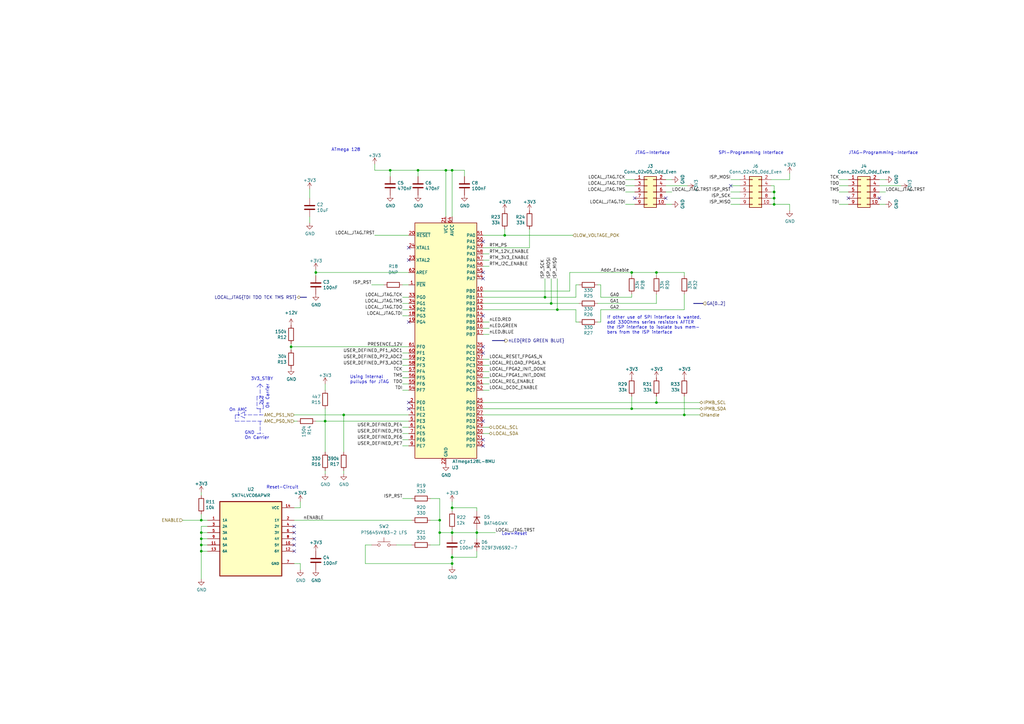
<source format=kicad_sch>
(kicad_sch (version 20211123) (generator eeschema)
  (paper "A3")
  (title_block (title "AMC Template") (date "2022-09-07") (rev "1.0") (company "Karlsruhe Institute of Technology (KIT)") (comment 1 "Institute for Data Processing and Electronics (IPE)") (comment 2 "Carsten Schmerbeck") (comment 3 "Luis Ardila") (comment 4 "Licensed under CERN-OHL-P v2"))
  (lib_symbols
    (symbol "Connector_Generic:Conn_02x05_Odd_Even" (pin_names (offset 1.016) hide)
      (property "Reference" "J" (at 1.27 7.62 0))
      (property "Value" "Conn_02x05_Odd_Even" (at 1.27 -7.62 0))
      (symbol "Conn_02x05_Odd_Even_1_1"
        (rectangle (start -1.27 -4.953) (end 0 -5.207) (stroke (width 0.1524)))
        (rectangle (start -1.27 -2.413) (end 0 -2.667) (stroke (width 0.1524)))
        (rectangle (start -1.27 0.127) (end 0 -0.127) (stroke (width 0.1524)))
        (rectangle (start -1.27 2.667) (end 0 2.413) (stroke (width 0.1524)))
        (rectangle (start -1.27 5.207) (end 0 4.953) (stroke (width 0.1524)))
        (rectangle (start -1.27 6.35) (end 3.81 -6.35) (stroke (width 0.254)) (fill (type background)))
        (rectangle (start 3.81 -4.953) (end 2.54 -5.207) (stroke (width 0.1524)))
        (rectangle (start 3.81 -2.413) (end 2.54 -2.667) (stroke (width 0.1524)))
        (rectangle (start 3.81 0.127) (end 2.54 -0.127) (stroke (width 0.1524)))
        (rectangle (start 3.81 2.667) (end 2.54 2.413) (stroke (width 0.1524)))
        (rectangle (start 3.81 5.207) (end 2.54 4.953) (stroke (width 0.1524)))
        (pin passive line (at -5.08 5.08 0) (length 3.81) (name "Pin_1") (number "1"))
        (pin passive line (at 7.62 -5.08 180) (length 3.81) (name "Pin_10") (number "10"))
        (pin passive line (at 7.62 5.08 180) (length 3.81) (name "Pin_2") (number "2"))
        (pin passive line (at -5.08 2.54 0) (length 3.81) (name "Pin_3") (number "3"))
        (pin passive line (at 7.62 2.54 180) (length 3.81) (name "Pin_4") (number "4"))
        (pin passive line (at -5.08 0 0) (length 3.81) (name "Pin_5") (number "5"))
        (pin passive line (at 7.62 0 180) (length 3.81) (name "Pin_6") (number "6"))
        (pin passive line (at -5.08 -2.54 0) (length 3.81) (name "Pin_7") (number "7"))
        (pin passive line (at 7.62 -2.54 180) (length 3.81) (name "Pin_8") (number "8"))
        (pin passive line (at -5.08 -5.08 0) (length 3.81) (name "Pin_9") (number "9"))
      )
    )
    (symbol "Device:C" (pin_numbers hide) (pin_names (offset 0.254))
      (property "Reference" "C" (at 0.635 2.54 0))
      (property "Value" "C" (at 0.635 -2.54 0))
      (symbol "C_0_1"
        (polyline (pts (xy -2.032 -0.762) (xy 2.032 -0.762)) (stroke (width 0.508)))
        (polyline (pts (xy -2.032 0.762) (xy 2.032 0.762)) (stroke (width 0.508)))
      )
      (symbol "C_1_1"
        (pin passive line (at 0 3.81 270) (length 2.794) (name "~") (number "1"))
        (pin passive line (at 0 -3.81 90) (length 2.794) (name "~") (number "2"))
      )
    )
    (symbol "Device:D" (pin_numbers hide) (pin_names (offset 1.016) hide)
      (property "Reference" "D" (at 0 2.54 0))
      (property "Value" "D" (at 0 -2.54 0))
      (symbol "D_0_1"
        (polyline (pts (xy -1.27 1.27) (xy -1.27 -1.27)) (stroke (width 0.254)))
        (polyline (pts (xy 1.27 0) (xy -1.27 0)))
        (polyline (pts (xy 1.27 1.27) (xy 1.27 -1.27) (xy -1.27 0) (xy 1.27 1.27)) (stroke (width 0.254)))
      )
      (symbol "D_1_1"
        (pin passive line (at -3.81 0 0) (length 2.54) (name "K") (number "1"))
        (pin passive line (at 3.81 0 180) (length 2.54) (name "A") (number "2"))
      )
    )
    (symbol "Device:D_Zener_Small" (pin_numbers hide) (pin_names (offset 0.254) hide)
      (property "Reference" "D" (at 0 2.286 0))
      (property "Value" "D_Zener_Small" (at 0 -2.286 0))
      (symbol "D_Zener_Small_0_1"
        (polyline (pts (xy 0.762 0) (xy -0.762 0)))
        (polyline (pts (xy -0.254 1.016) (xy -0.762 1.016) (xy -0.762 -1.016)) (stroke (width 0.254)))
        (polyline (pts (xy 0.762 1.016) (xy -0.762 0) (xy 0.762 -1.016) (xy 0.762 1.016)) (stroke (width 0.254)))
      )
      (symbol "D_Zener_Small_1_1"
        (pin passive line (at -2.54 0 0) (length 1.778) (name "K") (number "1"))
        (pin passive line (at 2.54 0 180) (length 1.778) (name "A") (number "2"))
      )
    )
    (symbol "Device:R" (pin_numbers hide) (pin_names (offset 0))
      (property "Reference" "R" (at 2.032 0 90))
      (property "Value" "R" (at 0 0 90))
      (symbol "R_0_1"
        (rectangle (start -1.016 -2.54) (end 1.016 2.54) (stroke (width 0.254)))
      )
      (symbol "R_1_1"
        (pin passive line (at 0 3.81 270) (length 1.27) (name "~") (number "1"))
        (pin passive line (at 0 -3.81 90) (length 1.27) (name "~") (number "2"))
      )
    )
    (symbol "KIT_Logic:SN74LVC06APWR" (pin_names (offset 1.016))
      (property "Reference" "U" (at -12.7 16.2306 0))
      (property "Value" "SN74LVC06APWR" (at -12.7 -19.2278 0))
      (symbol "SN74LVC06APWR_0_0"
        (rectangle (start -12.7 -15.24) (end 12.7 15.24) (stroke (width 0.4064)) (fill (type background)))
        (pin input line (at -17.78 7.62 0) (length 5.08) (name "1A") (number "1"))
        (pin output line (at 17.78 -2.54 180) (length 5.08) (name "5Y") (number "10"))
        (pin input line (at -17.78 -2.54 0) (length 5.08) (name "5A") (number "11"))
        (pin output line (at 17.78 -5.08 180) (length 5.08) (name "6Y") (number "12"))
        (pin input line (at -17.78 -5.08 0) (length 5.08) (name "6A") (number "13"))
        (pin power_in line (at 17.78 12.7 180) (length 5.08) (name "VCC") (number "14"))
        (pin output line (at 17.78 7.62 180) (length 5.08) (name "1Y") (number "2"))
        (pin input line (at -17.78 5.08 0) (length 5.08) (name "2A") (number "3"))
        (pin output line (at 17.78 5.08 180) (length 5.08) (name "2Y") (number "4"))
        (pin input line (at -17.78 2.54 0) (length 5.08) (name "3A") (number "5"))
        (pin output line (at 17.78 2.54 180) (length 5.08) (name "3Y") (number "6"))
        (pin power_in line (at 17.78 -10.16 180) (length 5.08) (name "GND") (number "7"))
        (pin output line (at 17.78 0 180) (length 5.08) (name "4Y") (number "8"))
        (pin input line (at -17.78 0 0) (length 5.08) (name "4A") (number "9"))
      )
    )
    (symbol "MCU_Microchip_ATmega:ATmega128L-8M"
      (property "Reference" "U" (at -12.7 49.53 0))
      (property "Value" "ATmega128L-8M" (at 2.54 -49.53 0))
      (symbol "ATmega128L-8M_0_1"
        (rectangle (start -12.7 -48.26) (end 12.7 48.26) (stroke (width 0.254)) (fill (type background)))
      )
      (symbol "ATmega128L-8M_1_1"
        (pin input line (at -15.24 22.86 0) (length 2.54) (name "~{PEN}") (number "1"))
        (pin bidirectional line (at 15.24 20.32 180) (length 2.54) (name "PB0") (number "10"))
        (pin bidirectional line (at 15.24 17.78 180) (length 2.54) (name "PB1") (number "11"))
        (pin bidirectional line (at 15.24 15.24 180) (length 2.54) (name "PB2") (number "12"))
        (pin bidirectional line (at 15.24 12.7 180) (length 2.54) (name "PB3") (number "13"))
        (pin bidirectional line (at 15.24 10.16 180) (length 2.54) (name "PB4") (number "14"))
        (pin bidirectional line (at 15.24 7.62 180) (length 2.54) (name "PB5") (number "15"))
        (pin bidirectional line (at 15.24 5.08 180) (length 2.54) (name "PB6") (number "16"))
        (pin bidirectional line (at 15.24 2.54 180) (length 2.54) (name "PB7") (number "17"))
        (pin bidirectional line (at -15.24 10.16 0) (length 2.54) (name "PG3") (number "18"))
        (pin bidirectional line (at -15.24 7.62 0) (length 2.54) (name "PG4") (number "19"))
        (pin bidirectional line (at -15.24 -25.4 0) (length 2.54) (name "PE0") (number "2"))
        (pin input line (at -15.24 43.18 0) (length 2.54) (name "~{RESET}") (number "20"))
        (pin power_in line (at 0 50.8 270) (length 2.54) (name "VCC") (number "21"))
        (pin power_in line (at 0 -50.8 90) (length 2.54) (name "GND") (number "22"))
        (pin output line (at -15.24 33.02 0) (length 2.54) (name "XTAL2") (number "23"))
        (pin input line (at -15.24 38.1 0) (length 2.54) (name "XTAL1") (number "24"))
        (pin bidirectional line (at 15.24 -25.4 180) (length 2.54) (name "PD0") (number "25"))
        (pin bidirectional line (at 15.24 -27.94 180) (length 2.54) (name "PD1") (number "26"))
        (pin bidirectional line (at 15.24 -30.48 180) (length 2.54) (name "PD2") (number "27"))
        (pin bidirectional line (at 15.24 -33.02 180) (length 2.54) (name "PD3") (number "28"))
        (pin bidirectional line (at 15.24 -35.56 180) (length 2.54) (name "PD4") (number "29"))
        (pin bidirectional line (at -15.24 -27.94 0) (length 2.54) (name "PE1") (number "3"))
        (pin bidirectional line (at 15.24 -38.1 180) (length 2.54) (name "PD5") (number "30"))
        (pin bidirectional line (at 15.24 -40.64 180) (length 2.54) (name "PD6") (number "31"))
        (pin bidirectional line (at 15.24 -43.18 180) (length 2.54) (name "PD7") (number "32"))
        (pin bidirectional line (at -15.24 17.78 0) (length 2.54) (name "PG0") (number "33"))
        (pin bidirectional line (at -15.24 15.24 0) (length 2.54) (name "PG1") (number "34"))
        (pin bidirectional line (at 15.24 -2.54 180) (length 2.54) (name "PC0") (number "35"))
        (pin bidirectional line (at 15.24 -5.08 180) (length 2.54) (name "PC1") (number "36"))
        (pin bidirectional line (at 15.24 -7.62 180) (length 2.54) (name "PC2") (number "37"))
        (pin bidirectional line (at 15.24 -10.16 180) (length 2.54) (name "PC3") (number "38"))
        (pin bidirectional line (at 15.24 -12.7 180) (length 2.54) (name "PC4") (number "39"))
        (pin bidirectional line (at -15.24 -30.48 0) (length 2.54) (name "PE2") (number "4"))
        (pin bidirectional line (at 15.24 -15.24 180) (length 2.54) (name "PC5") (number "40"))
        (pin bidirectional line (at 15.24 -17.78 180) (length 2.54) (name "PC6") (number "41"))
        (pin bidirectional line (at 15.24 -20.32 180) (length 2.54) (name "PC7") (number "42"))
        (pin bidirectional line (at -15.24 12.7 0) (length 2.54) (name "PG2") (number "43"))
        (pin bidirectional line (at 15.24 25.4 180) (length 2.54) (name "PA7") (number "44"))
        (pin bidirectional line (at 15.24 27.94 180) (length 2.54) (name "PA6") (number "45"))
        (pin bidirectional line (at 15.24 30.48 180) (length 2.54) (name "PA5") (number "46"))
        (pin bidirectional line (at 15.24 33.02 180) (length 2.54) (name "PA4") (number "47"))
        (pin bidirectional line (at 15.24 35.56 180) (length 2.54) (name "PA3") (number "48"))
        (pin bidirectional line (at 15.24 38.1 180) (length 2.54) (name "PA2") (number "49"))
        (pin bidirectional line (at -15.24 -33.02 0) (length 2.54) (name "PE3") (number "5"))
        (pin bidirectional line (at 15.24 40.64 180) (length 2.54) (name "PA1") (number "50"))
        (pin bidirectional line (at 15.24 43.18 180) (length 2.54) (name "PA0") (number "51"))
        (pin passive line (at 0 50.8 270) (length 2.54) hide (name "VCC") (number "52"))
        (pin passive line (at 0 -50.8 90) (length 2.54) hide (name "GND") (number "53"))
        (pin bidirectional line (at -15.24 -20.32 0) (length 2.54) (name "PF7") (number "54"))
        (pin bidirectional line (at -15.24 -17.78 0) (length 2.54) (name "PF6") (number "55"))
        (pin bidirectional line (at -15.24 -15.24 0) (length 2.54) (name "PF5") (number "56"))
        (pin bidirectional line (at -15.24 -12.7 0) (length 2.54) (name "PF4") (number "57"))
        (pin bidirectional line (at -15.24 -10.16 0) (length 2.54) (name "PF3") (number "58"))
        (pin bidirectional line (at -15.24 -7.62 0) (length 2.54) (name "PF2") (number "59"))
        (pin bidirectional line (at -15.24 -35.56 0) (length 2.54) (name "PE4") (number "6"))
        (pin bidirectional line (at -15.24 -5.08 0) (length 2.54) (name "PF1") (number "60"))
        (pin bidirectional line (at -15.24 -2.54 0) (length 2.54) (name "PF0") (number "61"))
        (pin passive line (at -15.24 27.94 0) (length 2.54) (name "AREF") (number "62"))
        (pin passive line (at 0 -50.8 90) (length 2.54) hide (name "GND") (number "63"))
        (pin power_in line (at 2.54 50.8 270) (length 2.54) (name "AVCC") (number "64"))
        (pin passive line (at 0 -50.8 90) (length 2.54) hide (name "GND") (number "65"))
        (pin bidirectional line (at -15.24 -38.1 0) (length 2.54) (name "PE5") (number "7"))
        (pin bidirectional line (at -15.24 -40.64 0) (length 2.54) (name "PE6") (number "8"))
        (pin bidirectional line (at -15.24 -43.18 0) (length 2.54) (name "PE7") (number "9"))
      )
    )
    (symbol "Switch:SW_Push" (pin_numbers hide) (pin_names (offset 1.016) hide)
      (property "Reference" "SW" (at 1.27 2.54 0))
      (property "Value" "SW_Push" (at 0 -1.524 0))
      (symbol "SW_Push_0_1"
        (circle (center -2.032 0) (radius 0.508))
        (polyline (pts (xy 0 1.27) (xy 0 3.048)))
        (polyline (pts (xy 2.54 1.27) (xy -2.54 1.27)))
        (circle (center 2.032 0) (radius 0.508))
        (pin passive line (at -5.08 0 0) (length 2.54) (name "1") (number "1"))
        (pin passive line (at 5.08 0 180) (length 2.54) (name "2") (number "2"))
      )
    )
    (symbol "power:+12V" (power) (pin_names (offset 0))
      (property "Value" "+12V" (at 0 3.556 0))
      (symbol "+12V_0_1"
        (polyline (pts (xy -0.762 1.27) (xy 0 2.54)))
        (polyline (pts (xy 0 0) (xy 0 2.54)))
        (polyline (pts (xy 0 2.54) (xy 0.762 1.27)))
      )
      (symbol "+12V_1_1"
        (pin power_in line (at 0 0 90) (length 0) hide (name "+12V") (number "1"))
      )
    )
    (symbol "power:+3V3" (power) (pin_names (offset 0))
      (property "Value" "+3V3" (at 0 3.556 0))
      (symbol "+3V3_0_1"
        (polyline (pts (xy -0.762 1.27) (xy 0 2.54)))
        (polyline (pts (xy 0 0) (xy 0 2.54)))
        (polyline (pts (xy 0 2.54) (xy 0.762 1.27)))
      )
      (symbol "+3V3_1_1"
        (pin power_in line (at 0 0 90) (length 0) hide (name "+3V3") (number "1"))
      )
    )
    (symbol "power:GND" (power) (pin_names (offset 0))
      (property "Value" "GND" (at 0 -3.81 0))
      (symbol "GND_0_1"
        (polyline (pts (xy 0 0) (xy 0 -1.27) (xy 1.27 -1.27) (xy 0 -2.54) (xy -1.27 -1.27) (xy 0 -1.27)))
      )
      (symbol "GND_1_1"
        (pin power_in line (at 0 0 270) (length 0) hide (name "GND") (number "1"))
      )
    )
  )
  (junction (at 82.55 223.52))
  (junction (at 259.08 111.76))
  (junction (at 317.5 81.28))
  (junction (at 133.35 172.72))
  (junction (at 185.42 231.14))
  (junction (at 129.54 111.76))
  (junction (at 185.42 228.6))
  (junction (at 185.42 208.28))
  (junction (at 223.52 121.92))
  (junction (at 82.55 226.06))
  (junction (at 280.67 170.18))
  (junction (at 119.38 142.24))
  (junction (at 82.55 213.36))
  (junction (at 226.06 124.46))
  (junction (at 269.24 111.76))
  (junction (at 185.42 218.44))
  (junction (at 185.42 69.85))
  (junction (at 259.08 167.64))
  (junction (at 207.01 96.52))
  (junction (at 269.24 165.1))
  (junction (at 171.45 69.85))
  (junction (at 317.5 83.82))
  (junction (at 180.34 213.36))
  (junction (at 317.5 78.74))
  (junction (at 82.55 220.98))
  (junction (at 228.6 127))
  (junction (at 140.97 170.18))
  (junction (at 180.34 218.44))
  (junction (at 182.88 69.85))
  (junction (at 160.02 69.85))
  (junction (at 82.55 218.44))
  (junction (at 195.58 218.44))
  (no_connect (at 273.05 81.28))
  (no_connect (at 347.98 81.28))
  (no_connect (at 120.65 218.44))
  (no_connect (at 120.65 220.98))
  (no_connect (at 120.65 223.52))
  (no_connect (at 120.65 226.06))
  (no_connect (at 120.65 215.9))
  (no_connect (at 260.35 81.28))
  (no_connect (at 198.12 180.34))
  (no_connect (at 198.12 172.72))
  (no_connect (at 167.64 101.6))
  (no_connect (at 167.64 106.68))
  (no_connect (at 198.12 129.54))
  (no_connect (at 198.12 144.78))
  (no_connect (at 198.12 111.76))
  (no_connect (at 198.12 114.3))
  (no_connect (at 167.64 132.08))
  (no_connect (at 299.72 76.2))
  (no_connect (at 198.12 99.06))
  (no_connect (at 167.64 165.1))
  (no_connect (at 167.64 167.64))
  (no_connect (at 360.68 81.28))
  (no_connect (at 198.12 182.88))
  (no_connect (at 198.12 142.24))
  (wire (pts (xy 140.97 170.18) (xy 140.97 185.42)))
  (bus (pts (xy 201.93 139.7) (xy 207.01 139.7)))
  (wire (pts (xy 133.35 167.64) (xy 133.35 172.72)))
  (wire (pts (xy 273.05 78.74) (xy 275.59 78.74)))
  (wire (pts (xy 198.12 96.52) (xy 207.01 96.52)))
  (wire (pts (xy 198.12 152.4) (xy 200.66 152.4)))
  (wire (pts (xy 82.55 215.9) (xy 85.09 215.9)))
  (wire (pts (xy 317.5 76.2) (xy 316.23 76.2)))
  (wire (pts (xy 236.22 121.92) (xy 236.22 116.84)))
  (wire (pts (xy 303.53 83.82) (xy 299.72 83.82)))
  (wire (pts (xy 168.91 204.47) (xy 165.1 204.47)))
  (wire (pts (xy 171.45 69.85) (xy 182.88 69.85)))
  (wire (pts (xy 198.12 109.22) (xy 200.66 109.22)))
  (wire (pts (xy 236.22 132.08) (xy 237.49 132.08)))
  (wire (pts (xy 195.58 218.44) (xy 203.2 218.44)))
  (wire (pts (xy 198.12 165.1) (xy 269.24 165.1)))
  (wire (pts (xy 119.38 142.24) (xy 167.64 142.24)))
  (wire (pts (xy 120.65 231.14) (xy 123.19 231.14)))
  (wire (pts (xy 245.11 116.84) (xy 246.38 116.84)))
  (wire (pts (xy 120.65 170.18) (xy 140.97 170.18)))
  (wire (pts (xy 185.42 209.55) (xy 185.42 208.28)))
  (polyline (pts (xy 105.41 158.75) (xy 106.68 157.48)))
  (polyline (pts (xy 100.33 171.45) (xy 97.79 170.18)))
  (wire (pts (xy 176.53 204.47) (xy 180.34 204.47)))
  (wire (pts (xy 165.1 175.26) (xy 167.64 175.26)))
  (wire (pts (xy 82.55 213.36) (xy 85.09 213.36)))
  (wire (pts (xy 82.55 226.06) (xy 82.55 223.52)))
  (wire (pts (xy 236.22 127) (xy 236.22 132.08)))
  (wire (pts (xy 259.08 162.56) (xy 259.08 167.64)))
  (wire (pts (xy 160.02 72.39) (xy 160.02 69.85)))
  (polyline (pts (xy 96.52 172.72) (xy 107.95 172.72)))
  (wire (pts (xy 185.42 228.6) (xy 195.58 228.6)))
  (wire (pts (xy 195.58 228.6) (xy 195.58 226.06)))
  (wire (pts (xy 165.1 147.32) (xy 167.64 147.32)))
  (wire (pts (xy 323.85 83.82) (xy 323.85 86.36)))
  (polyline (pts (xy 105.41 177.8) (xy 107.95 177.8)))
  (wire (pts (xy 273.05 76.2) (xy 281.94 76.2)))
  (wire (pts (xy 198.12 121.92) (xy 223.52 121.92)))
  (wire (pts (xy 317.5 83.82) (xy 323.85 83.82)))
  (wire (pts (xy 82.55 201.93) (xy 82.55 203.2)))
  (wire (pts (xy 259.08 111.76) (xy 259.08 113.03)))
  (wire (pts (xy 82.55 220.98) (xy 82.55 218.44)))
  (wire (pts (xy 185.42 217.17) (xy 185.42 218.44)))
  (wire (pts (xy 127 77.47) (xy 127 81.28)))
  (polyline (pts (xy 105.41 167.64) (xy 107.95 167.64)))
  (wire (pts (xy 180.34 213.36) (xy 176.53 213.36)))
  (wire (pts (xy 180.34 218.44) (xy 180.34 213.36)))
  (wire (pts (xy 246.38 116.84) (xy 246.38 121.92)))
  (wire (pts (xy 195.58 217.17) (xy 195.58 218.44)))
  (wire (pts (xy 171.45 72.39) (xy 171.45 69.85)))
  (polyline (pts (xy 107.95 170.18) (xy 100.33 170.18)))
  (wire (pts (xy 182.88 69.85) (xy 185.42 69.85)))
  (wire (pts (xy 82.55 237.49) (xy 82.55 226.06)))
  (wire (pts (xy 133.35 157.48) (xy 133.35 160.02)))
  (wire (pts (xy 165.1 182.88) (xy 167.64 182.88)))
  (wire (pts (xy 303.53 73.66) (xy 299.72 73.66)))
  (wire (pts (xy 160.02 69.85) (xy 153.67 69.85)))
  (wire (pts (xy 269.24 111.76) (xy 269.24 113.03)))
  (wire (pts (xy 287.02 165.1) (xy 269.24 165.1)))
  (wire (pts (xy 140.97 193.04) (xy 140.97 194.31)))
  (wire (pts (xy 140.97 170.18) (xy 167.64 170.18)))
  (wire (pts (xy 198.12 137.16) (xy 200.66 137.16)))
  (wire (pts (xy 119.38 140.97) (xy 119.38 142.24)))
  (wire (pts (xy 133.35 172.72) (xy 133.35 185.42)))
  (wire (pts (xy 120.65 213.36) (xy 168.91 213.36)))
  (wire (pts (xy 259.08 167.64) (xy 287.02 167.64)))
  (wire (pts (xy 344.17 78.74) (xy 347.98 78.74)))
  (wire (pts (xy 198.12 175.26) (xy 200.66 175.26)))
  (wire (pts (xy 82.55 223.52) (xy 82.55 220.98)))
  (wire (pts (xy 133.35 193.04) (xy 133.35 194.31)))
  (wire (pts (xy 129.54 110.49) (xy 129.54 111.76)))
  (wire (pts (xy 167.64 111.76) (xy 129.54 111.76)))
  (wire (pts (xy 198.12 134.62) (xy 200.66 134.62)))
  (wire (pts (xy 185.42 228.6) (xy 185.42 231.14)))
  (wire (pts (xy 180.34 218.44) (xy 180.34 223.52)))
  (wire (pts (xy 152.4 116.84) (xy 157.48 116.84)))
  (wire (pts (xy 182.88 69.85) (xy 182.88 88.9)))
  (wire (pts (xy 153.67 69.85) (xy 153.67 67.31)))
  (bus (pts (xy 284.48 124.46) (xy 288.29 124.46)))
  (wire (pts (xy 185.42 218.44) (xy 195.58 218.44)))
  (polyline (pts (xy 96.52 170.18) (xy 97.79 170.18)))
  (wire (pts (xy 123.19 231.14) (xy 123.19 233.68)))
  (wire (pts (xy 82.55 220.98) (xy 85.09 220.98)))
  (wire (pts (xy 165.1 127) (xy 167.64 127)))
  (wire (pts (xy 165.1 177.8) (xy 167.64 177.8)))
  (wire (pts (xy 303.53 76.2) (xy 299.72 76.2)))
  (wire (pts (xy 316.23 81.28) (xy 317.5 81.28)))
  (wire (pts (xy 245.11 132.08) (xy 246.38 132.08)))
  (polyline (pts (xy 106.68 157.48) (xy 106.68 162.56)))
  (wire (pts (xy 316.23 78.74) (xy 317.5 78.74)))
  (wire (pts (xy 162.56 223.52) (xy 168.91 223.52)))
  (wire (pts (xy 195.58 208.28) (xy 185.42 208.28)))
  (wire (pts (xy 223.52 114.3) (xy 223.52 121.92)))
  (wire (pts (xy 259.08 120.65) (xy 259.08 121.92)))
  (wire (pts (xy 165.1 121.92) (xy 167.64 121.92)))
  (wire (pts (xy 360.68 76.2) (xy 369.57 76.2)))
  (wire (pts (xy 303.53 78.74) (xy 299.72 78.74)))
  (wire (pts (xy 317.5 83.82) (xy 316.23 83.82)))
  (wire (pts (xy 165.1 144.78) (xy 167.64 144.78)))
  (wire (pts (xy 256.54 73.66) (xy 260.35 73.66)))
  (wire (pts (xy 123.19 208.28) (xy 120.65 208.28)))
  (wire (pts (xy 82.55 218.44) (xy 82.55 215.9)))
  (wire (pts (xy 129.54 113.03) (xy 129.54 111.76)))
  (wire (pts (xy 198.12 124.46) (xy 226.06 124.46)))
  (wire (pts (xy 185.42 227.33) (xy 185.42 228.6)))
  (wire (pts (xy 198.12 104.14) (xy 200.66 104.14)))
  (wire (pts (xy 165.1 152.4) (xy 167.64 152.4)))
  (polyline (pts (xy 106.68 167.64) (xy 106.68 170.18)))
  (wire (pts (xy 344.17 73.66) (xy 347.98 73.66)))
  (wire (pts (xy 344.17 83.82) (xy 347.98 83.82)))
  (wire (pts (xy 82.55 223.52) (xy 85.09 223.52)))
  (wire (pts (xy 280.67 170.18) (xy 287.02 170.18)))
  (wire (pts (xy 236.22 116.84) (xy 237.49 116.84)))
  (wire (pts (xy 245.11 124.46) (xy 269.24 124.46)))
  (polyline (pts (xy 97.79 168.91) (xy 97.79 171.45)))
  (wire (pts (xy 226.06 114.3) (xy 226.06 124.46)))
  (wire (pts (xy 185.42 69.85) (xy 190.5 69.85)))
  (wire (pts (xy 198.12 157.48) (xy 200.66 157.48)))
  (wire (pts (xy 185.42 231.14) (xy 185.42 232.41)))
  (wire (pts (xy 228.6 114.3) (xy 228.6 127)))
  (wire (pts (xy 180.34 204.47) (xy 180.34 213.36)))
  (wire (pts (xy 256.54 76.2) (xy 260.35 76.2)))
  (wire (pts (xy 165.1 160.02) (xy 167.64 160.02)))
  (wire (pts (xy 269.24 162.56) (xy 269.24 165.1)))
  (wire (pts (xy 153.67 96.52) (xy 167.64 96.52)))
  (wire (pts (xy 195.58 220.98) (xy 195.58 218.44)))
  (polyline (pts (xy 106.68 172.72) (xy 106.68 177.8)))
  (wire (pts (xy 198.12 149.86) (xy 200.66 149.86)))
  (wire (pts (xy 280.67 127) (xy 280.67 120.65)))
  (wire (pts (xy 226.06 124.46) (xy 237.49 124.46)))
  (wire (pts (xy 228.6 127) (xy 236.22 127)))
  (wire (pts (xy 185.42 218.44) (xy 185.42 219.71)))
  (wire (pts (xy 198.12 177.8) (xy 200.66 177.8)))
  (wire (pts (xy 127 88.9) (xy 127 91.44)))
  (wire (pts (xy 133.35 172.72) (xy 167.64 172.72)))
  (wire (pts (xy 246.38 132.08) (xy 246.38 127)))
  (wire (pts (xy 217.17 101.6) (xy 217.17 93.98)))
  (wire (pts (xy 273.05 73.66) (xy 275.59 73.66)))
  (wire (pts (xy 198.12 160.02) (xy 200.66 160.02)))
  (wire (pts (xy 123.19 205.74) (xy 123.19 208.28)))
  (wire (pts (xy 198.12 167.64) (xy 259.08 167.64)))
  (wire (pts (xy 233.68 111.76) (xy 259.08 111.76)))
  (wire (pts (xy 165.1 129.54) (xy 167.64 129.54)))
  (wire (pts (xy 165.1 124.46) (xy 167.64 124.46)))
  (wire (pts (xy 82.55 218.44) (xy 85.09 218.44)))
  (wire (pts (xy 317.5 81.28) (xy 317.5 78.74)))
  (wire (pts (xy 165.1 116.84) (xy 167.64 116.84)))
  (wire (pts (xy 180.34 223.52) (xy 176.53 223.52)))
  (wire (pts (xy 185.42 208.28) (xy 185.42 205.74)))
  (polyline (pts (xy 100.33 168.91) (xy 100.33 171.45)))
  (wire (pts (xy 149.86 223.52) (xy 149.86 231.14)))
  (wire (pts (xy 120.65 172.72) (xy 121.92 172.72)))
  (wire (pts (xy 256.54 83.82) (xy 260.35 83.82)))
  (polyline (pts (xy 100.33 168.91) (xy 97.79 170.18)))
  (wire (pts (xy 256.54 78.74) (xy 260.35 78.74)))
  (wire (pts (xy 269.24 111.76) (xy 280.67 111.76)))
  (wire (pts (xy 316.23 73.66) (xy 323.85 73.66)))
  (wire (pts (xy 317.5 83.82) (xy 317.5 81.28)))
  (wire (pts (xy 299.72 81.28) (xy 303.53 81.28)))
  (wire (pts (xy 149.86 231.14) (xy 185.42 231.14)))
  (wire (pts (xy 119.38 142.24) (xy 119.38 143.51)))
  (wire (pts (xy 259.08 111.76) (xy 269.24 111.76)))
  (wire (pts (xy 165.1 149.86) (xy 167.64 149.86)))
  (polyline (pts (xy 106.68 157.48) (xy 107.95 158.75)))
  (wire (pts (xy 198.12 106.68) (xy 200.66 106.68)))
  (wire (pts (xy 360.68 83.82) (xy 363.22 83.82)))
  (wire (pts (xy 195.58 209.55) (xy 195.58 208.28)))
  (polyline (pts (xy 105.41 162.56) (xy 105.41 167.64)))
  (wire (pts (xy 198.12 132.08) (xy 200.66 132.08)))
  (wire (pts (xy 273.05 83.82) (xy 275.59 83.82)))
  (wire (pts (xy 269.24 124.46) (xy 269.24 120.65)))
  (wire (pts (xy 246.38 121.92) (xy 259.08 121.92)))
  (wire (pts (xy 165.1 180.34) (xy 167.64 180.34)))
  (polyline (pts (xy 107.95 162.56) (xy 105.41 162.56)))
  (wire (pts (xy 323.85 73.66) (xy 323.85 71.12)))
  (wire (pts (xy 360.68 78.74) (xy 363.22 78.74)))
  (wire (pts (xy 198.12 147.32) (xy 200.66 147.32)))
  (wire (pts (xy 190.5 69.85) (xy 190.5 72.39)))
  (wire (pts (xy 152.4 223.52) (xy 149.86 223.52)))
  (wire (pts (xy 246.38 127) (xy 280.67 127)))
  (wire (pts (xy 165.1 157.48) (xy 167.64 157.48)))
  (wire (pts (xy 82.55 210.82) (xy 82.55 213.36)))
  (wire (pts (xy 317.5 78.74) (xy 317.5 76.2)))
  (polyline (pts (xy 96.52 170.18) (xy 96.52 172.72)))
  (wire (pts (xy 129.54 172.72) (xy 133.35 172.72)))
  (wire (pts (xy 74.93 213.36) (xy 82.55 213.36)))
  (wire (pts (xy 223.52 121.92) (xy 236.22 121.92)))
  (wire (pts (xy 207.01 93.98) (xy 207.01 96.52)))
  (wire (pts (xy 185.42 218.44) (xy 180.34 218.44)))
  (wire (pts (xy 198.12 154.94) (xy 200.66 154.94)))
  (wire (pts (xy 185.42 69.85) (xy 185.42 88.9)))
  (wire (pts (xy 280.67 111.76) (xy 280.67 113.03)))
  (wire (pts (xy 360.68 73.66) (xy 363.22 73.66)))
  (wire (pts (xy 160.02 69.85) (xy 171.45 69.85)))
  (wire (pts (xy 198.12 127) (xy 228.6 127)))
  (wire (pts (xy 233.68 119.38) (xy 233.68 111.76)))
  (wire (pts (xy 344.17 76.2) (xy 347.98 76.2)))
  (wire (pts (xy 198.12 170.18) (xy 280.67 170.18)))
  (wire (pts (xy 198.12 101.6) (xy 217.17 101.6)))
  (bus (pts (xy 123.19 121.92) (xy 125.73 121.92)))
  (wire (pts (xy 165.1 154.94) (xy 167.64 154.94)))
  (polyline (pts (xy 107.95 167.64) (xy 107.95 162.56)))
  (wire (pts (xy 280.67 162.56) (xy 280.67 170.18)))
  (wire (pts (xy 82.55 226.06) (xy 85.09 226.06)))
  (wire (pts (xy 198.12 119.38) (xy 233.68 119.38)))
  (wire (pts (xy 207.01 96.52) (xy 234.95 96.52)))
  (text "Low=Reset" (at 205.74 219.71 0) (effects (font (size 1.27 1.27)) (justify left bottom)))
  (text "If other use of SPI interface is wanted,\nadd 330Ohms series resistors AFTER\nthe ISP interface to isolate bus mem-\nbers from the ISP interface\n" (at 248.92 137.16 0) (effects (font (size 1.27 1.27)) (justify left bottom)))
  (text "On Carrier" (at 110.49 167.64 90) (effects (font (size 1.27 1.27)) (justify left bottom)))
  (text "GND\nOn Carrier" (at 100.33 180.34 0) (effects (font (size 1.27 1.27)) (justify left bottom)))
  (text "Reset-Circuit" (at 109.22 200.66 0) (effects (font (size 1.27 1.27)) (justify left bottom)))
  (text "ATmega 128" (at 135.89 62.23 0) (effects (font (size 1.27 1.27)) (justify left bottom)))
  (text "JTAG-Programming-Interface" (at 347.98 63.5 0) (effects (font (size 1.27 1.27)) (justify left bottom)))
  (text "SPI-Programming Interface" (at 294.64 63.5 0) (effects (font (size 1.27 1.27)) (justify left bottom)))
  (text "Using internal\npullups for JTAG" (at 143.51 157.48 0) (effects (font (size 1.27 1.27)) (justify left bottom)))
  (text "On AMC" (at 93.98 168.91 0) (effects (font (size 1.27 1.27)) (justify left bottom)))
  (text "2k2" (at 107.95 166.37 90) (effects (font (size 1.27 1.27)) (justify left bottom)))
  (text "JTAG-Interface" (at 260.35 63.5 0) (effects (font (size 1.27 1.27)) (justify left bottom)))
  (text "3V3_STBY" (at 102.87 156.21 0) (effects (font (size 1.27 1.27)) (justify left bottom)))
  (label "GA2" (at 250.19 127 0))
  (label "LOCAL_JTAG.TMS" (at 256.54 78.74 180))
  (label "ISP_SCK" (at 299.72 81.28 180))
  (label "GA0" (at 250.19 121.92 0))
  (label "LOCAL_RELOAD_FPGAS_N" (at 200.66 149.86 0))
  (label "LOCAL_JTAG.TDI" (at 256.54 83.82 180))
  (label "LOCAL_JTAG.TCK" (at 165.1 121.92 180))
  (label "nLED.GREEN" (at 200.66 134.62 0))
  (label "ISP_MISO" (at 228.6 114.3 90))
  (label "TDO" (at 344.17 76.2 180))
  (label "LOCAL_JTAG.TDO" (at 256.54 76.2 180))
  (label "ISP_RST" (at 152.4 116.84 180))
  (label "PRESENCE_12V" (at 165.1 142.24 180))
  (label "ISP_RST" (at 165.1 204.47 180))
  (label "ISP_MISO" (at 299.72 83.82 180))
  (label "LOCAL_JTAG.TRST" (at 153.67 96.52 180))
  (label "TCK" (at 344.17 73.66 180))
  (label "LOCAL_JTAG.TDI" (at 165.1 129.54 180))
  (label "LOCAL_JTAG.TDO" (at 165.1 127 180))
  (label "LOCAL_JTAG.TCK" (at 256.54 73.66 180))
  (label "USER_DEFINED_PF2_ADC2" (at 165.1 147.32 180))
  (label "RTM_I2C_ENABLE" (at 200.66 109.22 0))
  (label "TDI" (at 165.1 160.02 180))
  (label "nLED.RED" (at 200.66 132.08 0))
  (label "LOCAL_JTAG.TRST" (at 203.2 218.44 0))
  (label "TDO" (at 165.1 157.48 180))
  (label "LOCAL_JTAG.TMS" (at 165.1 124.46 180))
  (label "nLED.BLUE" (at 200.66 137.16 0))
  (label "USER_DEFINED_PF3_ADC3" (at 165.1 149.86 180))
  (label "TMS" (at 165.1 154.94 180))
  (label "ISP_SCK" (at 223.52 114.3 90))
  (label "LOCAL_JTAG.TRST" (at 275.59 78.74 0))
  (label "USER_DEFINED_PE6" (at 165.1 180.34 180))
  (label "USER_DEFINED_PE5" (at 165.1 177.8 180))
  (label "LOCAL_RESET_FPGAS_N" (at 200.66 147.32 0))
  (label "TMS" (at 344.17 78.74 180))
  (label "ISP_MOSI" (at 226.06 114.3 90))
  (label "LOCAL_FPGA2_INIT_DONE" (at 200.66 152.4 0))
  (label "RTM_12V_ENABLE" (at 200.66 104.14 0))
  (label "LOCAL_FPGA1_INIT_DONE" (at 200.66 154.94 0))
  (label "LOCAL_DCDC_ENABLE" (at 200.66 160.02 0))
  (label "USER_DEFINED_PE7" (at 165.1 182.88 180))
  (label "TDI" (at 344.17 83.82 180))
  (label "GA1" (at 250.19 124.46 0))
  (label "nENABLE" (at 124.46 213.36 0))
  (label "RTM_3V3_ENABLE" (at 200.66 106.68 0))
  (label "TCK" (at 165.1 152.4 180))
  (label "ISP_RST" (at 299.72 78.74 180))
  (label "USER_DEFINED_PE4" (at 165.1 175.26 180))
  (label "LOCAL_JTAG.TRST" (at 363.22 78.74 0))
  (label "RTM_PS" (at 200.66 101.6 0))
  (label "USER_DEFINED_PF1_ADC1" (at 165.1 144.78 180))
  (label "Addr_Enable" (at 246.38 111.76 0))
  (label "ISP_MOSI" (at 299.72 73.66 180))
  (label "LOCAL_REG_ENABLE" (at 200.66 157.48 0))
  (hierarchical_label "AMC_PS1_N" (shape input) (at 120.65 170.18 180))
  (hierarchical_label "GA[0..2]" (shape input) (at 288.29 124.46 0))
  (hierarchical_label "ENABLE" (shape input) (at 74.93 213.36 180))
  (hierarchical_label "nLED{RED GREEN BLUE}" (shape output) (at 207.01 139.7 0))
  (hierarchical_label "Handle" (shape input) (at 287.02 170.18 0))
  (hierarchical_label "IPMB_SDA" (shape bidirectional) (at 287.02 167.64 0))
  (hierarchical_label "AMC_PS0_N" (shape input) (at 120.65 172.72 180))
  (hierarchical_label "LOCAL_SCL" (shape bidirectional) (at 200.66 175.26 0))
  (hierarchical_label "LOW_VOLTAGE_POK" (shape input) (at 234.95 96.52 0))
  (hierarchical_label "IPMB_SCL" (shape bidirectional) (at 287.02 165.1 0))
  (hierarchical_label "LOCAL_SDA" (shape bidirectional) (at 200.66 177.8 0))
  (hierarchical_label "LOCAL_JTAG{TDI TDO TCK TMS RST}" (shape bidirectional) (at 123.19 121.92 180))
  (symbol (lib_id "MCU_Microchip_ATmega:ATmega128L-8M") (at 182.88 139.7 0) (unit 1)
    (property "Reference" "U3" (at 186.69 191.77 0))
    (property "Value" "ATmega128L-8MU" (at 194.31 189.23 0))
    (property "Footprint" "Package_DFN_QFN:QFN-64-1EP_9x9mm_P0.5mm_EP5.4x5.4mm" (effects hide))
    (property "Datasheet" "http://ww1.microchip.com/downloads/en/DeviceDoc/doc2467.pdf" (effects hide))
    (property "stock" "Box: 8" (effects hide))
    (property "digikey#" "2156-ATMEGA128L-8MU-ND" (effects hide))
    (property "mouser#" "556-ATMEGA128L-8MUR" (effects hide))
    (property "manf#" "ATmega128L-8MU" (effects hide))
    (property "manf" "Microchip" (effects hide))
  )
  (symbol (lib_id "Device:C") (at 171.45 76.2 0) (unit 1)
    (property "Reference" "C6" (at 174.371 75.0316 0) (effects (justify left)))
    (property "Value" "470nF" (at 174.371 77.343 0) (effects (justify left)))
    (property "Footprint" "Capacitor_SMD:C_0402_1005Metric" (effects hide))
    (property "stock" "AVT-IPE" (effects hide))
  )
  (symbol (lib_id "Device:C") (at 190.5 76.2 0) (unit 1)
    (property "Reference" "C8" (at 193.421 75.0316 0) (effects (justify left)))
    (property "Value" "100nF" (at 193.421 77.343 0) (effects (justify left)))
    (property "Footprint" "Capacitor_SMD:C_0402_1005Metric" (effects hide))
    (property "stock" "AVT-IPE" (effects hide))
  )
  (symbol (lib_id "Device:C") (at 129.54 116.84 0) (unit 1)
    (property "Reference" "C3" (at 132.461 115.6716 0) (effects (justify left)))
    (property "Value" "100nF" (at 132.461 117.983 0) (effects (justify left)))
    (property "Footprint" "Capacitor_SMD:C_0402_1005Metric" (effects hide))
    (property "stock" "AVT-IPE" (effects hide))
  )
  (symbol (lib_id "Device:R") (at 185.42 213.36 180) (unit 1)
    (property "Reference" "R22" (at 187.198 212.1916 0) (effects (justify right)))
    (property "Value" "12k" (at 187.198 214.503 0) (effects (justify right)))
    (property "Footprint" "Resistor_SMD:R_0402_1005Metric" (effects hide))
    (property "stock" "AVT-IPE" (effects hide))
    (property "digikey#" "A129640CT-ND" (effects hide))
    (property "manf" "TE" (effects hide))
    (property "manf#" "CRGCQ0402F12K" (effects hide))
  )
  (symbol (lib_id "Device:D_Zener_Small") (at 195.58 223.52 270) (unit 1)
    (property "Reference" "D6" (at 197.358 222.3516 90) (effects (justify left)))
    (property "Value" "DZ9F3V6S92-7" (at 197.358 224.663 90) (effects (justify left)))
    (property "Footprint" "Diode_SMD:D_SOD-923" (effects hide))
    (property "Datasheet" "https://www.diodes.com/assets/Datasheets/DZ9F2V7S92-DZ9F24S92.pdf" (effects hide))
    (property "digikey#" "DZ9F3V6S92-7DICT-ND" (effects hide))
    (property "rs#" "182-7185" (effects hide))
    (property "manf#" "DZ9F3V6S92-7" (effects hide))
    (property "manf" "Diodes Inc" (effects hide))
  )
  (symbol (lib_id "Device:C") (at 185.42 223.52 0) (unit 1)
    (property "Reference" "C7" (at 188.341 222.3516 0) (effects (justify left)))
    (property "Value" "100nF" (at 188.341 224.663 0) (effects (justify left)))
    (property "Footprint" "Capacitor_SMD:C_0402_1005Metric" (effects hide))
    (property "stock" "AVT-IPE" (effects hide))
  )
  (symbol (lib_id "Device:R") (at 172.72 213.36 270) (unit 1)
    (property "Reference" "R20" (at 172.72 208.1022 90))
    (property "Value" "330" (at 172.72 210.4136 90))
    (property "Footprint" "Resistor_SMD:R_0402_1005Metric" (effects hide))
    (property "stock" "AVT-IPE" (effects hide))
  )
  (symbol (lib_id "Device:R") (at 172.72 223.52 270) (unit 1)
    (property "Reference" "R21" (at 172.72 218.2622 90))
    (property "Value" "330" (at 172.72 220.5736 90))
    (property "Footprint" "Resistor_SMD:R_0402_1005Metric" (effects hide))
    (property "stock" "AVT-IPE" (effects hide))
  )
  (symbol (lib_id "Device:R") (at 172.72 204.47 270) (unit 1)
    (property "Reference" "R19" (at 172.72 199.2122 90))
    (property "Value" "330" (at 172.72 201.5236 90))
    (property "Footprint" "Resistor_SMD:R_0402_1005Metric" (effects hide))
    (property "stock" "AVT-IPE" (effects hide))
  )
  (symbol (lib_id "Device:R") (at 280.67 158.75 0) (mirror y) (unit 1)
    (property "Reference" "R33" (at 278.892 157.5816 0) (effects (justify left)))
    (property "Value" "33k" (at 278.892 159.893 0) (effects (justify left)))
    (property "Footprint" "Resistor_SMD:R_0402_1005Metric" (effects hide))
    (property "stock" "AVT-IPE" (effects hide))
  )
  (symbol (lib_id "power:+3V3") (at 280.67 154.94 0) (unit 1)
    (property "Reference" "#PWR0109" (effects hide))
    (property "Value" "+3V3" (at 280.67 151.384 0))
  )
  (symbol (lib_id "Device:R") (at 241.3 116.84 90) (unit 1)
    (property "Reference" "R25" (at 241.3 122.0978 90) (effects (justify top)))
    (property "Value" "330" (at 241.3 119.7864 90) (effects (justify top)))
    (property "Footprint" "Resistor_SMD:R_0402_1005Metric" (effects hide))
    (property "stock" "AVT-IPE" (effects hide))
  )
  (symbol (lib_id "power:+3V3") (at 323.85 71.12 0) (unit 1)
    (property "Reference" "#PWR0111" (effects hide))
    (property "Value" "+3V3" (at 323.85 67.564 0))
  )
  (symbol (lib_id "power:GND") (at 323.85 86.36 0) (unit 1)
    (property "Reference" "#PWR0112" (effects hide))
    (property "Value" "GND" (at 323.977 90.7542 0))
  )
  (symbol (lib_id "Device:R") (at 241.3 124.46 90) (unit 1)
    (property "Reference" "R26" (at 241.3 129.7178 90) (effects (justify top)))
    (property "Value" "330" (at 241.3 127.4064 90) (effects (justify top)))
    (property "Footprint" "Resistor_SMD:R_0402_1005Metric" (effects hide))
    (property "stock" "AVT-IPE" (effects hide))
  )
  (symbol (lib_id "Device:R") (at 241.3 132.08 90) (unit 1)
    (property "Reference" "R27" (at 241.3 137.3378 90) (effects (justify top)))
    (property "Value" "330" (at 241.3 135.0264 90) (effects (justify top)))
    (property "Footprint" "Resistor_SMD:R_0402_1005Metric" (effects hide))
    (property "stock" "AVT-IPE" (effects hide))
  )
  (symbol (lib_id "Device:R") (at 259.08 158.75 0) (mirror y) (unit 1)
    (property "Reference" "R29" (at 257.302 157.5816 0) (effects (justify left)))
    (property "Value" "33k" (at 257.302 159.893 0) (effects (justify left)))
    (property "Footprint" "Resistor_SMD:R_0402_1005Metric" (effects hide))
    (property "stock" "AVT-IPE" (effects hide))
  )
  (symbol (lib_id "Device:R") (at 269.24 158.75 0) (mirror y) (unit 1)
    (property "Reference" "R31" (at 267.462 157.5816 0) (effects (justify left)))
    (property "Value" "33k" (at 267.462 159.893 0) (effects (justify left)))
    (property "Footprint" "Resistor_SMD:R_0402_1005Metric" (effects hide))
    (property "stock" "AVT-IPE" (effects hide))
  )
  (symbol (lib_id "power:+3V3") (at 269.24 154.94 0) (unit 1)
    (property "Reference" "#PWR0106" (effects hide))
    (property "Value" "+3V3" (at 269.24 151.384 0))
  )
  (symbol (lib_id "power:+3V3") (at 259.08 154.94 0) (unit 1)
    (property "Reference" "#PWR0105" (effects hide))
    (property "Value" "+3V3" (at 259.08 151.384 0))
  )
  (symbol (lib_id "power:GND") (at 182.88 190.5 0) (unit 1)
    (property "Reference" "#PWR099" (effects hide))
    (property "Value" "GND" (at 183.007 194.8942 0))
  )
  (symbol (lib_id "power:GND") (at 185.42 232.41 0) (unit 1)
    (property "Reference" "#PWR0101" (effects hide))
    (property "Value" "GND" (at 185.547 236.8042 0))
  )
  (symbol (lib_id "power:GND") (at 127 91.44 0) (unit 1)
    (property "Reference" "#PWR087" (effects hide))
    (property "Value" "GND" (at 127.127 95.8342 0))
  )
  (symbol (lib_id "power:GND") (at 160.02 80.01 0) (unit 1)
    (property "Reference" "#PWR097" (effects hide))
    (property "Value" "GND" (at 160.147 84.4042 0))
  )
  (symbol (lib_id "power:GND") (at 171.45 80.01 0) (unit 1)
    (property "Reference" "#PWR098" (effects hide))
    (property "Value" "GND" (at 171.577 84.4042 0))
  )
  (symbol (lib_id "power:GND") (at 129.54 120.65 0) (unit 1)
    (property "Reference" "#PWR089" (effects hide))
    (property "Value" "GND" (at 129.667 125.0442 0))
  )
  (symbol (lib_id "power:+3V3") (at 127 77.47 0) (unit 1)
    (property "Reference" "#PWR086" (effects hide))
    (property "Value" "+3V3" (at 127 73.914 0))
  )
  (symbol (lib_id "power:+3V3") (at 153.67 67.31 0) (unit 1)
    (property "Reference" "#PWR095" (effects hide))
    (property "Value" "+3V3" (at 153.67 63.754 0))
  )
  (symbol (lib_id "power:GND") (at 190.5 80.01 0) (unit 1)
    (property "Reference" "#PWR0102" (effects hide))
    (property "Value" "GND" (at 190.627 84.4042 0))
  )
  (symbol (lib_id "power:+3V3") (at 129.54 110.49 0) (unit 1)
    (property "Reference" "#PWR088" (effects hide))
    (property "Value" "+3V3" (at 129.54 106.934 0))
  )
  (symbol (lib_id "power:+3V3") (at 185.42 205.74 0) (unit 1)
    (property "Reference" "#PWR0100" (effects hide))
    (property "Value" "+3V3" (at 185.42 202.184 0))
  )
  (symbol (lib_id "Device:R") (at 161.29 116.84 90) (unit 1)
    (property "Reference" "R18" (at 161.29 109.22 90))
    (property "Value" "DNP" (at 161.29 111.76 90))
    (property "Footprint" "Resistor_SMD:R_0402_1005Metric" (effects hide))
    (property "DNP" "DNP" (effects hide))
    (property "stock" "DNP" (effects hide))
  )
  (symbol (lib_id "Device:C") (at 160.02 76.2 180) (unit 1)
    (property "Reference" "C5" (at 162.941 75.0316 0) (effects (justify right)))
    (property "Value" "470nF" (at 162.941 77.343 0) (effects (justify right)))
    (property "Footprint" "Capacitor_SMD:C_0402_1005Metric" (effects hide))
    (property "stock" "AVT-IPE" (effects hide))
  )
  (symbol (lib_id "Device:R") (at 207.01 90.17 0) (mirror y) (unit 1)
    (property "Reference" "R23" (at 205.232 89.0016 0) (effects (justify left)))
    (property "Value" "33k" (at 205.232 91.313 0) (effects (justify left)))
    (property "Footprint" "Resistor_SMD:R_0402_1005Metric" (effects hide))
    (property "stock" "AVT-IPE" (effects hide))
  )
  (symbol (lib_id "Device:C") (at 127 85.09 0) (unit 1)
    (property "Reference" "C2" (at 129.921 83.9216 0) (effects (justify left)))
    (property "Value" "10uF" (at 129.921 86.233 0) (effects (justify left)))
    (property "Footprint" "Capacitor_SMD:C_1210_3225Metric" (effects hide))
    (property "stock" "AVT-IPE" (effects hide))
    (property "digikey#" "445-3942-1-ND" (effects hide))
    (property "manf" "TDK Corporation" (effects hide))
    (property "manf#" "C3225X7R1E106K250AC" (effects hide))
  )
  (symbol (lib_id "Device:R") (at 280.67 116.84 180) (unit 1)
    (property "Reference" "R32" (at 285.9278 116.84 90) (effects (justify top)))
    (property "Value" "33k" (at 283.6164 116.84 90) (effects (justify top)))
    (property "Footprint" "Resistor_SMD:R_0402_1005Metric" (effects hide))
    (property "stock" "AVT-IPE" (effects hide))
  )
  (symbol (lib_id "power:GND") (at 363.22 83.82 90) (unit 1)
    (property "Reference" "#PWR0150" (effects hide))
    (property "Value" "GND" (at 367.6142 83.693 0))
  )
  (symbol (lib_id "Device:R") (at 140.97 189.23 0) (mirror x) (unit 1)
    (property "Reference" "R17" (at 139.192 190.3984 0) (effects (justify right)))
    (property "Value" "390k" (at 139.192 188.087 0) (effects (justify right)))
    (property "Footprint" "Resistor_SMD:R_0402_1005Metric" (effects hide))
    (property "stock" "AVT-IPE" (effects hide))
  )
  (symbol (lib_id "power:GND") (at 275.59 73.66 90) (unit 1)
    (property "Reference" "#PWR0107" (effects hide))
    (property "Value" "GND" (at 279.9842 73.533 0))
  )
  (symbol (lib_id "Switch:SW_Push") (at 157.48 223.52 0) (unit 1)
    (property "Reference" "SW2" (at 157.48 215.9 0))
    (property "Value" "PTS645VK83-2 LFS" (at 157.48 218.44 0))
    (property "Footprint" "KIT_Switch:PTS645VK83-2" (effects hide))
    (property "Datasheet" "https://www.ckswitches.com/media/1471/pts645.pdf" (effects hide))
    (property "manf#" "PTS645VK83-2 LFS" (effects hide))
    (property "manf" "CK" (effects hide))
    (property "digikey#" "CKN10950-ND" (effects hide))
    (property "stock" "Box:11" (effects hide))
  )
  (symbol (lib_id "power:+3V3") (at 369.57 76.2 270) (unit 1)
    (property "Reference" "#PWR0149" (effects hide))
    (property "Value" "+3V3" (at 373.126 76.2 0))
  )
  (symbol (lib_id "Connector_Generic:Conn_02x05_Odd_Even") (at 353.06 78.74 0) (unit 1)
    (property "Reference" "J4" (at 354.33 68.1482 0))
    (property "Value" "Conn_02x05_Odd_Even" (at 354.33 70.4596 0))
    (property "Footprint" "KIT_Connector:IDC-Header_2x05_P2.54mm_Horizontal_withoutsilkscreen" (effects hide))
    (property "digikey#" "A33180-ND" (effects hide))
    (property "manf" "TE" (effects hide))
    (property "manf#" "5103311-1" (effects hide))
    (property "mouser#" "571-5103311-1" (effects hide))
  )
  (symbol (lib_id "Device:R") (at 119.38 147.32 0) (mirror x) (unit 1)
    (property "Reference" "R13" (at 117.602 148.4884 0) (effects (justify right)))
    (property "Value" "30k" (at 117.602 146.177 0) (effects (justify right)))
    (property "Footprint" "Resistor_SMD:R_0402_1005Metric" (effects hide))
    (property "stock" "AVT-IPE" (effects hide))
  )
  (symbol (lib_id "power:+3V3") (at 82.55 201.93 0) (unit 1)
    (property "Reference" "#PWR080" (effects hide))
    (property "Value" "+3V3" (at 82.55 198.374 0))
  )
  (symbol (lib_id "KIT_Logic:SN74LVC06APWR") (at 102.87 220.98 0) (unit 1)
    (property "Reference" "U2" (at 102.87 200.66 0))
    (property "Value" "SN74LVC06APWR" (at 102.87 203.2 0))
    (property "Footprint" "Package_SO:TSSOP-14_4.4x5mm_P0.65mm" (effects hide))
    (property "Datasheet" "https://www.ti.com/lit/ds/symlink/sn74lvc06a.pdf?ts=1656895390665" (effects hide))
    (property "stock" "Serenity: 40" (effects hide))
  )
  (symbol (lib_id "Connector_Generic:Conn_02x05_Odd_Even") (at 308.61 78.74 0) (unit 1)
    (property "Reference" "J6" (at 309.88 68.1482 0))
    (property "Value" "Conn_02x05_Odd_Even" (at 309.88 70.4596 0))
    (property "Footprint" "Connector_PinHeader_2.54mm:PinHeader_2x05_P2.54mm_Vertical" (effects hide))
    (property "stock" "DNP" (effects hide))
  )
  (symbol (lib_id "power:+3V3") (at 281.94 76.2 270) (unit 1)
    (property "Reference" "#PWR0110" (effects hide))
    (property "Value" "+3V3" (at 285.496 76.2 0))
  )
  (symbol (lib_id "Device:R") (at 125.73 172.72 270) (mirror x) (unit 1)
    (property "Reference" "R14" (at 126.8984 174.498 0) (effects (justify right)))
    (property "Value" "150k" (at 124.587 174.498 0) (effects (justify right)))
    (property "Footprint" "Resistor_SMD:R_0402_1005Metric" (effects hide))
    (property "stock" "AVT-IPE" (effects hide))
  )
  (symbol (lib_id "power:+3V3") (at 123.19 205.74 0) (unit 1)
    (property "Reference" "#PWR084" (effects hide))
    (property "Value" "+3V3" (at 123.19 202.184 0))
  )
  (symbol (lib_id "power:+12V") (at 119.38 133.35 0) (unit 1)
    (property "Reference" "#PWR082" (effects hide))
    (property "Value" "+12V" (at 119.38 128.27 0))
  )
  (symbol (lib_id "power:+3V3") (at 207.01 86.36 0) (unit 1)
    (property "Reference" "#PWR0103" (effects hide))
    (property "Value" "+3V3" (at 207.01 82.804 0))
  )
  (symbol (lib_id "Device:R") (at 119.38 137.16 0) (mirror x) (unit 1)
    (property "Reference" "R12" (at 117.602 138.3284 0) (effects (justify right)))
    (property "Value" "150k" (at 117.602 136.017 0) (effects (justify right)))
    (property "Footprint" "Resistor_SMD:R_0402_1005Metric" (effects hide))
    (property "stock" "AVT-IPE" (effects hide))
  )
  (symbol (lib_id "power:GND") (at 129.54 233.68 0) (unit 1)
    (property "Reference" "#PWR091" (effects hide))
    (property "Value" "GND" (at 129.667 238.0742 0))
  )
  (symbol (lib_id "Connector_Generic:Conn_02x05_Odd_Even") (at 265.43 78.74 0) (unit 1)
    (property "Reference" "J3" (at 266.7 68.1482 0))
    (property "Value" "Conn_02x05_Odd_Even" (at 266.7 70.4596 0))
    (property "Footprint" "KIT_Connector:IDC-Header_2x05_P2.54mm_Horizontal_withoutsilkscreen" (effects hide))
    (property "digikey#" "A33180-ND" (effects hide))
    (property "manf" "TE" (effects hide))
    (property "manf#" "5103311-1" (effects hide))
    (property "mouser#" "571-5103311-1" (effects hide))
  )
  (symbol (lib_id "power:GND") (at 140.97 194.31 0) (unit 1)
    (property "Reference" "#PWR094" (effects hide))
    (property "Value" "GND" (at 141.097 198.7042 0))
  )
  (symbol (lib_id "power:+3V3") (at 129.54 226.06 0) (unit 1)
    (property "Reference" "#PWR090" (effects hide))
    (property "Value" "+3V3" (at 129.54 222.504 0))
  )
  (symbol (lib_id "power:GND") (at 363.22 73.66 90) (unit 1)
    (property "Reference" "#PWR0151" (effects hide))
    (property "Value" "GND" (at 367.6142 73.533 0))
  )
  (symbol (lib_id "Device:D") (at 195.58 213.36 270) (unit 1)
    (property "Reference" "D5" (at 198.3682 212.0899 90) (effects (justify left)))
    (property "Value" "BAT46GWX" (at 198.3682 214.6299 90) (effects (justify left)))
    (property "Footprint" "Diode_SMD:D_SOD-123" (effects hide))
    (property "Datasheet" "https://assets.nexperia.com/documents/data-sheet/BAT46GW.pdf" (effects hide))
    (property "mf" "nexperia" (effects hide))
    (property "mouser#" "841-BAT46GWX" (effects hide))
    (property "digikey#" "1727-7325-1-ND" (effects hide))
  )
  (symbol (lib_id "Device:R") (at 133.35 163.83 0) (mirror x) (unit 1)
    (property "Reference" "R15" (at 131.572 164.9984 0) (effects (justify right)))
    (property "Value" "4k7" (at 131.572 162.687 0) (effects (justify right)))
    (property "Footprint" "Resistor_SMD:R_0402_1005Metric" (effects hide))
    (property "stock" "AVT-IPE" (effects hide))
  )
  (symbol (lib_id "power:GND") (at 82.55 237.49 0) (unit 1)
    (property "Reference" "#PWR081" (effects hide))
    (property "Value" "GND" (at 82.677 241.8842 0))
  )
  (symbol (lib_id "power:+3V3") (at 217.17 86.36 0) (unit 1)
    (property "Reference" "#PWR0104" (effects hide))
    (property "Value" "+3V3" (at 217.17 82.804 0))
  )
  (symbol (lib_id "power:GND") (at 119.38 151.13 0) (unit 1)
    (property "Reference" "#PWR083" (effects hide))
    (property "Value" "GND" (at 119.507 155.5242 0))
  )
  (symbol (lib_id "power:GND") (at 123.19 233.68 0) (unit 1)
    (property "Reference" "#PWR085" (effects hide))
    (property "Value" "GND" (at 123.317 238.0742 0))
  )
  (symbol (lib_id "power:GND") (at 275.59 83.82 90) (unit 1)
    (property "Reference" "#PWR0108" (effects hide))
    (property "Value" "GND" (at 279.9842 83.693 0))
  )
  (symbol (lib_id "Device:R") (at 133.35 189.23 0) (mirror x) (unit 1)
    (property "Reference" "R16" (at 131.572 190.3984 0) (effects (justify right)))
    (property "Value" "330" (at 131.572 188.087 0) (effects (justify right)))
    (property "Footprint" "Resistor_SMD:R_0402_1005Metric" (effects hide))
    (property "stock" "AVT-IPE" (effects hide))
  )
  (symbol (lib_id "Device:R") (at 269.24 116.84 180) (unit 1)
    (property "Reference" "R30" (at 274.4978 116.84 90) (effects (justify top)))
    (property "Value" "33k" (at 272.1864 116.84 90) (effects (justify top)))
    (property "Footprint" "Resistor_SMD:R_0402_1005Metric" (effects hide))
    (property "stock" "AVT-IPE" (effects hide))
  )
  (symbol (lib_id "Device:R") (at 259.08 116.84 180) (unit 1)
    (property "Reference" "R28" (at 264.3378 116.84 90) (effects (justify top)))
    (property "Value" "33k" (at 262.0264 116.84 90) (effects (justify top)))
    (property "Footprint" "Resistor_SMD:R_0402_1005Metric" (effects hide))
    (property "stock" "AVT-IPE" (effects hide))
  )
  (symbol (lib_id "Device:C") (at 129.54 229.87 0) (unit 1)
    (property "Reference" "C4" (at 132.461 228.7016 0) (effects (justify left)))
    (property "Value" "100nF" (at 132.461 231.013 0) (effects (justify left)))
    (property "Footprint" "Capacitor_SMD:C_0402_1005Metric" (effects hide))
    (property "stock" "AVT-IPE" (effects hide))
  )
  (symbol (lib_id "Device:R") (at 82.55 207.01 180) (unit 1)
    (property "Reference" "R11" (at 84.328 205.8416 0) (effects (justify right)))
    (property "Value" "10k" (at 84.328 208.153 0) (effects (justify right)))
    (property "Footprint" "Resistor_SMD:R_0402_1005Metric" (effects hide))
    (property "stock" "AVT-IPE" (effects hide))
    (property "digikey#" "A129639CT-ND" (effects hide))
    (property "manf" "TE" (effects hide))
    (property "manf#" "CRGCQ0402F10K" (effects hide))
  )
  (symbol (lib_id "Device:R") (at 217.17 90.17 0) (mirror y) (unit 1)
    (property "Reference" "R24" (at 215.392 89.0016 0) (effects (justify left)))
    (property "Value" "33k" (at 215.392 91.313 0) (effects (justify left)))
    (property "Footprint" "Resistor_SMD:R_0402_1005Metric" (effects hide))
    (property "stock" "AVT-IPE" (effects hide))
  )
  (symbol (lib_id "power:GND") (at 133.35 194.31 0) (unit 1)
    (property "Reference" "#PWR093" (effects hide))
    (property "Value" "GND" (at 133.477 198.7042 0))
  )
  (symbol (lib_id "power:+3V3") (at 133.35 157.48 0) (unit 1)
    (property "Reference" "#PWR092" (effects hide))
    (property "Value" "+3V3" (at 133.35 153.924 0))
  )
)
</source>
